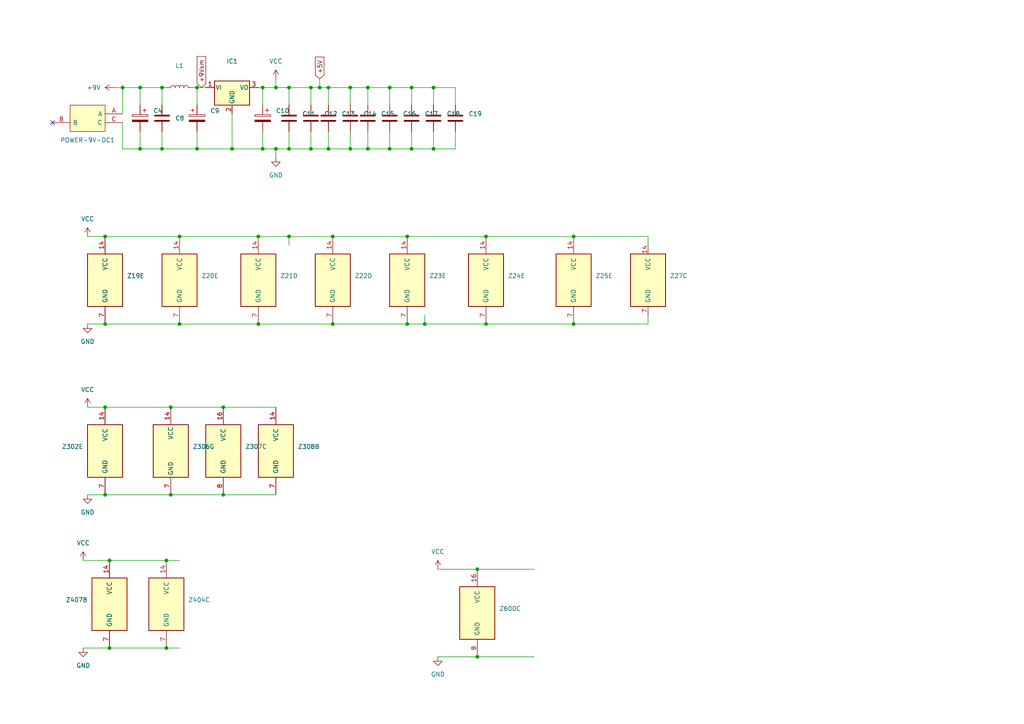
<source format=kicad_sch>
(kicad_sch (version 20211123) (generator eeschema)
  (paper "A4")
  (title_block (title "JupiterAceZ180") (date "2019-09-14") (rev "Alpha") (company "Ontobus") (comment 1 "John Bradley") (comment 2 "https://creativecommons.org/licenses/by-nc-sa/4.0/") (comment 3 "Attribution-NonCommercial-ShareAlike 4.0 International License.") (comment 4 "This work is licensed under a Creative Commons "))
  (lib_symbols
    (symbol "74xx:74HCT02" (pin_names (offset 1.016))
      (property "Reference" "U" (at 0 1.27 0))
      (property "Value" "74HCT02" (at 0 -1.27 0))
      (symbol "74HCT02_1_1"
        (pin output inverted (at 7.62 0 180) (length 3.81) (name "~") (number "1"))
        (pin input line (at -7.62 2.54 0) (length 4.318) (name "~") (number "2"))
        (pin input line (at -7.62 -2.54 0) (length 4.318) (name "~") (number "3"))
      )
      (symbol "74HCT02_1_2"
        (pin output line (at 7.62 0 180) (length 3.81) (name "~") (number "1"))
        (pin input inverted (at -7.62 2.54 0) (length 3.81) (name "~") (number "2"))
        (pin input inverted (at -7.62 -2.54 0) (length 3.81) (name "~") (number "3"))
      )
      (symbol "74HCT02_2_1"
        (pin output inverted (at 7.62 0 180) (length 3.81) (name "~") (number "4"))
        (pin input line (at -7.62 2.54 0) (length 4.318) (name "~") (number "5"))
        (pin input line (at -7.62 -2.54 0) (length 4.318) (name "~") (number "6"))
      )
      (symbol "74HCT02_2_2"
        (pin output line (at 7.62 0 180) (length 3.81) (name "~") (number "4"))
        (pin input inverted (at -7.62 2.54 0) (length 3.81) (name "~") (number "5"))
        (pin input inverted (at -7.62 -2.54 0) (length 3.81) (name "~") (number "6"))
      )
      (symbol "74HCT02_3_1"
        (pin output inverted (at 7.62 0 180) (length 3.81) (name "~") (number "10"))
        (pin input line (at -7.62 2.54 0) (length 4.318) (name "~") (number "8"))
        (pin input line (at -7.62 -2.54 0) (length 4.318) (name "~") (number "9"))
      )
      (symbol "74HCT02_3_2"
        (pin output line (at 7.62 0 180) (length 3.81) (name "~") (number "10"))
        (pin input inverted (at -7.62 2.54 0) (length 3.81) (name "~") (number "8"))
        (pin input inverted (at -7.62 -2.54 0) (length 3.81) (name "~") (number "9"))
      )
      (symbol "74HCT02_4_1"
        (pin input line (at -7.62 2.54 0) (length 4.318) (name "~") (number "11"))
        (pin input line (at -7.62 -2.54 0) (length 4.318) (name "~") (number "12"))
        (pin output inverted (at 7.62 0 180) (length 3.81) (name "~") (number "13"))
      )
      (symbol "74HCT02_4_2"
        (pin input inverted (at -7.62 2.54 0) (length 3.81) (name "~") (number "11"))
        (pin input inverted (at -7.62 -2.54 0) (length 3.81) (name "~") (number "12"))
        (pin output line (at 7.62 0 180) (length 3.81) (name "~") (number "13"))
      )
      (symbol "74HCT02_5_0"
        (pin power_in line (at 0 12.7 270) (length 5.08) (name "VCC") (number "14"))
        (pin power_in line (at 0 -12.7 90) (length 5.08) (name "GND") (number "7"))
      )
    )
    (symbol "74xx:74LS00" (pin_names (offset 1.016))
      (property "Reference" "U" (at 0 1.27 0))
      (property "Value" "74LS00" (at 0 -1.27 0))
      (symbol "74LS00_1_1"
        (pin input line (at -7.62 2.54 0) (length 3.81) (name "~") (number "1"))
        (pin input line (at -7.62 -2.54 0) (length 3.81) (name "~") (number "2"))
        (pin output inverted (at 7.62 0 180) (length 3.81) (name "~") (number "3"))
      )
      (symbol "74LS00_1_2"
        (pin input inverted (at -7.62 2.54 0) (length 4.318) (name "~") (number "1"))
        (pin input inverted (at -7.62 -2.54 0) (length 4.318) (name "~") (number "2"))
        (pin output line (at 7.62 0 180) (length 3.81) (name "~") (number "3"))
      )
      (symbol "74LS00_2_1"
        (pin input line (at -7.62 2.54 0) (length 3.81) (name "~") (number "4"))
        (pin input line (at -7.62 -2.54 0) (length 3.81) (name "~") (number "5"))
        (pin output inverted (at 7.62 0 180) (length 3.81) (name "~") (number "6"))
      )
      (symbol "74LS00_2_2"
        (pin input inverted (at -7.62 2.54 0) (length 4.318) (name "~") (number "4"))
        (pin input inverted (at -7.62 -2.54 0) (length 4.318) (name "~") (number "5"))
        (pin output line (at 7.62 0 180) (length 3.81) (name "~") (number "6"))
      )
      (symbol "74LS00_3_1"
        (pin input line (at -7.62 -2.54 0) (length 3.81) (name "~") (number "10"))
        (pin output inverted (at 7.62 0 180) (length 3.81) (name "~") (number "8"))
        (pin input line (at -7.62 2.54 0) (length 3.81) (name "~") (number "9"))
      )
      (symbol "74LS00_3_2"
        (pin input inverted (at -7.62 -2.54 0) (length 4.318) (name "~") (number "10"))
        (pin output line (at 7.62 0 180) (length 3.81) (name "~") (number "8"))
        (pin input inverted (at -7.62 2.54 0) (length 4.318) (name "~") (number "9"))
      )
      (symbol "74LS00_4_1"
        (pin output inverted (at 7.62 0 180) (length 3.81) (name "~") (number "11"))
        (pin input line (at -7.62 2.54 0) (length 3.81) (name "~") (number "12"))
        (pin input line (at -7.62 -2.54 0) (length 3.81) (name "~") (number "13"))
      )
      (symbol "74LS00_4_2"
        (pin output line (at 7.62 0 180) (length 3.81) (name "~") (number "11"))
        (pin input inverted (at -7.62 2.54 0) (length 4.318) (name "~") (number "12"))
        (pin input inverted (at -7.62 -2.54 0) (length 4.318) (name "~") (number "13"))
      )
      (symbol "74LS00_5_0"
        (pin power_in line (at 0 12.7 270) (length 5.08) (name "VCC") (number "14"))
        (pin power_in line (at 0 -12.7 90) (length 5.08) (name "GND") (number "7"))
      )
    )
    (symbol "74xx:74LS02" (pin_names (offset 1.016))
      (property "Reference" "U" (at 0 1.27 0))
      (property "Value" "74LS02" (at 0 -1.27 0))
      (symbol "74LS02_1_1"
        (pin output inverted (at 7.62 0 180) (length 3.81) (name "~") (number "1"))
        (pin input line (at -7.62 2.54 0) (length 4.318) (name "~") (number "2"))
        (pin input line (at -7.62 -2.54 0) (length 4.318) (name "~") (number "3"))
      )
      (symbol "74LS02_1_2"
        (pin output line (at 7.62 0 180) (length 3.81) (name "~") (number "1"))
        (pin input inverted (at -7.62 2.54 0) (length 3.81) (name "~") (number "2"))
        (pin input inverted (at -7.62 -2.54 0) (length 3.81) (name "~") (number "3"))
      )
      (symbol "74LS02_2_1"
        (pin output inverted (at 7.62 0 180) (length 3.81) (name "~") (number "4"))
        (pin input line (at -7.62 2.54 0) (length 4.318) (name "~") (number "5"))
        (pin input line (at -7.62 -2.54 0) (length 4.318) (name "~") (number "6"))
      )
      (symbol "74LS02_2_2"
        (pin output line (at 7.62 0 180) (length 3.81) (name "~") (number "4"))
        (pin input inverted (at -7.62 2.54 0) (length 3.81) (name "~") (number "5"))
        (pin input inverted (at -7.62 -2.54 0) (length 3.81) (name "~") (number "6"))
      )
      (symbol "74LS02_3_1"
        (pin output inverted (at 7.62 0 180) (length 3.81) (name "~") (number "10"))
        (pin input line (at -7.62 2.54 0) (length 4.318) (name "~") (number "8"))
        (pin input line (at -7.62 -2.54 0) (length 4.318) (name "~") (number "9"))
      )
      (symbol "74LS02_3_2"
        (pin output line (at 7.62 0 180) (length 3.81) (name "~") (number "10"))
        (pin input inverted (at -7.62 2.54 0) (length 3.81) (name "~") (number "8"))
        (pin input inverted (at -7.62 -2.54 0) (length 3.81) (name "~") (number "9"))
      )
      (symbol "74LS02_4_1"
        (pin input line (at -7.62 2.54 0) (length 4.318) (name "~") (number "11"))
        (pin input line (at -7.62 -2.54 0) (length 4.318) (name "~") (number "12"))
        (pin output inverted (at 7.62 0 180) (length 3.81) (name "~") (number "13"))
      )
      (symbol "74LS02_4_2"
        (pin input inverted (at -7.62 2.54 0) (length 3.81) (name "~") (number "11"))
        (pin input inverted (at -7.62 -2.54 0) (length 3.81) (name "~") (number "12"))
        (pin output line (at 7.62 0 180) (length 3.81) (name "~") (number "13"))
      )
      (symbol "74LS02_5_0"
        (pin power_in line (at 0 12.7 270) (length 5.08) (name "VCC") (number "14"))
        (pin power_in line (at 0 -12.7 90) (length 5.08) (name "GND") (number "7"))
      )
    )
    (symbol "74xx:74LS04"
      (property "Reference" "U" (at 0 1.27 0))
      (property "Value" "74LS04" (at 0 -1.27 0))
      (symbol "74LS04_1_0"
        (pin input line (at -7.62 0 0) (length 3.81) (name "~") (number "1"))
        (pin output inverted (at 7.62 0 180) (length 3.81) (name "~") (number "2"))
      )
      (symbol "74LS04_2_0"
        (pin input line (at -7.62 0 0) (length 3.81) (name "~") (number "3"))
        (pin output inverted (at 7.62 0 180) (length 3.81) (name "~") (number "4"))
      )
      (symbol "74LS04_3_0"
        (pin input line (at -7.62 0 0) (length 3.81) (name "~") (number "5"))
        (pin output inverted (at 7.62 0 180) (length 3.81) (name "~") (number "6"))
      )
      (symbol "74LS04_4_0"
        (pin output inverted (at 7.62 0 180) (length 3.81) (name "~") (number "8"))
        (pin input line (at -7.62 0 0) (length 3.81) (name "~") (number "9"))
      )
      (symbol "74LS04_5_0"
        (pin output inverted (at 7.62 0 180) (length 3.81) (name "~") (number "10"))
        (pin input line (at -7.62 0 0) (length 3.81) (name "~") (number "11"))
      )
      (symbol "74LS04_6_0"
        (pin output inverted (at 7.62 0 180) (length 3.81) (name "~") (number "12"))
        (pin input line (at -7.62 0 0) (length 3.81) (name "~") (number "13"))
      )
      (symbol "74LS04_7_0"
        (pin power_in line (at 0 12.7 270) (length 5.08) (name "VCC") (number "14"))
        (pin power_in line (at 0 -12.7 90) (length 5.08) (name "GND") (number "7"))
      )
    )
    (symbol "74xx:74LS08" (pin_names (offset 1.016))
      (property "Reference" "U" (at 0 1.27 0))
      (property "Value" "74LS08" (at 0 -1.27 0))
      (symbol "74LS08_1_1"
        (pin input line (at -7.62 2.54 0) (length 3.81) (name "~") (number "1"))
        (pin input line (at -7.62 -2.54 0) (length 3.81) (name "~") (number "2"))
        (pin output line (at 7.62 0 180) (length 3.81) (name "~") (number "3"))
      )
      (symbol "74LS08_1_2"
        (pin input inverted (at -7.62 2.54 0) (length 4.318) (name "~") (number "1"))
        (pin input inverted (at -7.62 -2.54 0) (length 4.318) (name "~") (number "2"))
        (pin output inverted (at 7.62 0 180) (length 3.81) (name "~") (number "3"))
      )
      (symbol "74LS08_2_1"
        (pin input line (at -7.62 2.54 0) (length 3.81) (name "~") (number "4"))
        (pin input line (at -7.62 -2.54 0) (length 3.81) (name "~") (number "5"))
        (pin output line (at 7.62 0 180) (length 3.81) (name "~") (number "6"))
      )
      (symbol "74LS08_2_2"
        (pin input inverted (at -7.62 2.54 0) (length 4.318) (name "~") (number "4"))
        (pin input inverted (at -7.62 -2.54 0) (length 4.318) (name "~") (number "5"))
        (pin output inverted (at 7.62 0 180) (length 3.81) (name "~") (number "6"))
      )
      (symbol "74LS08_3_1"
        (pin input line (at -7.62 -2.54 0) (length 3.81) (name "~") (number "10"))
        (pin output line (at 7.62 0 180) (length 3.81) (name "~") (number "8"))
        (pin input line (at -7.62 2.54 0) (length 3.81) (name "~") (number "9"))
      )
      (symbol "74LS08_3_2"
        (pin input inverted (at -7.62 -2.54 0) (length 4.318) (name "~") (number "10"))
        (pin output inverted (at 7.62 0 180) (length 3.81) (name "~") (number "8"))
        (pin input inverted (at -7.62 2.54 0) (length 4.318) (name "~") (number "9"))
      )
      (symbol "74LS08_4_1"
        (pin output line (at 7.62 0 180) (length 3.81) (name "~") (number "11"))
        (pin input line (at -7.62 2.54 0) (length 3.81) (name "~") (number "12"))
        (pin input line (at -7.62 -2.54 0) (length 3.81) (name "~") (number "13"))
      )
      (symbol "74LS08_4_2"
        (pin output inverted (at 7.62 0 180) (length 3.81) (name "~") (number "11"))
        (pin input inverted (at -7.62 2.54 0) (length 4.318) (name "~") (number "12"))
        (pin input inverted (at -7.62 -2.54 0) (length 4.318) (name "~") (number "13"))
      )
      (symbol "74LS08_5_0"
        (pin power_in line (at 0 12.7 270) (length 5.08) (name "VCC") (number "14"))
        (pin power_in line (at 0 -12.7 90) (length 5.08) (name "GND") (number "7"))
      )
    )
    (symbol "74xx:74LS11" (pin_names (offset 1.016))
      (property "Reference" "U" (at 0 1.27 0))
      (property "Value" "74LS11" (at 0 -1.27 0))
      (symbol "74LS11_1_1"
        (pin input line (at -7.62 2.54 0) (length 3.81) (name "~") (number "1"))
        (pin output line (at 7.62 0 180) (length 3.81) (name "~") (number "12"))
        (pin input line (at -7.62 -2.54 0) (length 3.81) (name "~") (number "13"))
        (pin input line (at -7.62 0 0) (length 3.81) (name "~") (number "2"))
      )
      (symbol "74LS11_1_2"
        (pin input inverted (at -7.62 2.54 0) (length 4.318) (name "~") (number "1"))
        (pin output inverted (at 7.62 0 180) (length 3.81) (name "~") (number "12"))
        (pin input inverted (at -7.62 -2.54 0) (length 4.318) (name "~") (number "13"))
        (pin input inverted (at -7.62 0 0) (length 4.953) (name "~") (number "2"))
      )
      (symbol "74LS11_2_1"
        (pin input line (at -7.62 2.54 0) (length 3.81) (name "~") (number "3"))
        (pin input line (at -7.62 0 0) (length 3.81) (name "~") (number "4"))
        (pin input line (at -7.62 -2.54 0) (length 3.81) (name "~") (number "5"))
        (pin output line (at 7.62 0 180) (length 3.81) (name "~") (number "6"))
      )
      (symbol "74LS11_2_2"
        (pin input inverted (at -7.62 2.54 0) (length 4.318) (name "~") (number "3"))
        (pin input inverted (at -7.62 0 0) (length 4.953) (name "~") (number "4"))
        (pin input inverted (at -7.62 -2.54 0) (length 4.318) (name "~") (number "5"))
        (pin output inverted (at 7.62 0 180) (length 3.81) (name "~") (number "6"))
      )
      (symbol "74LS11_3_1"
        (pin input line (at -7.62 0 0) (length 3.81) (name "~") (number "10"))
        (pin input line (at -7.62 -2.54 0) (length 3.81) (name "~") (number "11"))
        (pin output line (at 7.62 0 180) (length 3.81) (name "~") (number "8"))
        (pin input line (at -7.62 2.54 0) (length 3.81) (name "~") (number "9"))
      )
      (symbol "74LS11_3_2"
        (pin input inverted (at -7.62 0 0) (length 4.953) (name "~") (number "10"))
        (pin input inverted (at -7.62 -2.54 0) (length 4.318) (name "~") (number "11"))
        (pin output inverted (at 7.62 0 180) (length 3.81) (name "~") (number "8"))
        (pin input inverted (at -7.62 2.54 0) (length 4.318) (name "~") (number "9"))
      )
      (symbol "74LS11_4_0"
        (pin power_in line (at 0 12.7 270) (length 5.08) (name "VCC") (number "14"))
        (pin power_in line (at 0 -12.7 90) (length 5.08) (name "GND") (number "7"))
      )
    )
    (symbol "74xx:74LS139" (pin_names (offset 1.016))
      (property "Reference" "U" (at -7.62 8.89 0))
      (property "Value" "74LS139" (at -7.62 -8.89 0))
      (symbol "74LS139_1_0"
        (pin input inverted (at -12.7 -5.08 0) (length 5.08) (name "E") (number "1"))
        (pin input line (at -12.7 0 0) (length 5.08) (name "A0") (number "2"))
        (pin input line (at -12.7 2.54 0) (length 5.08) (name "A1") (number "3"))
        (pin output inverted (at 12.7 2.54 180) (length 5.08) (name "O0") (number "4"))
        (pin output inverted (at 12.7 0 180) (length 5.08) (name "O1") (number "5"))
        (pin output inverted (at 12.7 -2.54 180) (length 5.08) (name "O2") (number "6"))
        (pin output inverted (at 12.7 -5.08 180) (length 5.08) (name "O3") (number "7"))
      )
      (symbol "74LS139_2_0"
        (pin output inverted (at 12.7 -2.54 180) (length 5.08) (name "O2") (number "10"))
        (pin output inverted (at 12.7 0 180) (length 5.08) (name "O1") (number "11"))
        (pin output inverted (at 12.7 2.54 180) (length 5.08) (name "O0") (number "12"))
        (pin input line (at -12.7 2.54 0) (length 5.08) (name "A1") (number "13"))
        (pin input line (at -12.7 0 0) (length 5.08) (name "A0") (number "14"))
        (pin input inverted (at -12.7 -5.08 0) (length 5.08) (name "E") (number "15"))
        (pin output inverted (at 12.7 -5.08 180) (length 5.08) (name "O3") (number "9"))
      )
      (symbol "74LS139_3_0"
        (pin power_in line (at 0 12.7 270) (length 5.08) (name "VCC") (number "16"))
        (pin power_in line (at 0 -12.7 90) (length 5.08) (name "GND") (number "8"))
      )
    )
    (symbol "74xx:74LS21" (pin_names (offset 1.016))
      (property "Reference" "U" (at 0 1.27 0))
      (property "Value" "74LS21" (at 0 -1.27 0))
      (symbol "74LS21_1_1"
        (pin input line (at -7.62 3.81 0) (length 3.81) (name "~") (number "1"))
        (pin input line (at -7.62 1.27 0) (length 3.81) (name "~") (number "2"))
        (pin input line (at -7.62 -1.27 0) (length 3.81) (name "~") (number "4"))
        (pin input line (at -7.62 -3.81 0) (length 3.81) (name "~") (number "5"))
        (pin output line (at 7.62 0 180) (length 3.81) (name "~") (number "6"))
      )
      (symbol "74LS21_1_2"
        (pin input inverted (at -7.62 3.81 0) (length 3.81) (name "~") (number "1"))
        (pin input inverted (at -7.62 1.27 0) (length 4.826) (name "~") (number "2"))
        (pin input inverted (at -7.62 -1.27 0) (length 4.826) (name "~") (number "4"))
        (pin input inverted (at -7.62 -3.81 0) (length 3.81) (name "~") (number "5"))
        (pin output inverted (at 7.62 0 180) (length 3.81) (name "~") (number "6"))
      )
      (symbol "74LS21_2_1"
        (pin input line (at -7.62 1.27 0) (length 3.81) (name "~") (number "10"))
        (pin input line (at -7.62 -1.27 0) (length 3.81) (name "~") (number "12"))
        (pin input line (at -7.62 -3.81 0) (length 3.81) (name "~") (number "13"))
        (pin output line (at 7.62 0 180) (length 3.81) (name "~") (number "8"))
        (pin input line (at -7.62 3.81 0) (length 3.81) (name "~") (number "9"))
      )
      (symbol "74LS21_2_2"
        (pin input inverted (at -7.62 1.27 0) (length 4.826) (name "~") (number "10"))
        (pin input inverted (at -7.62 -1.27 0) (length 4.826) (name "~") (number "12"))
        (pin input inverted (at -7.62 -3.81 0) (length 3.81) (name "~") (number "13"))
        (pin output inverted (at 7.62 0 180) (length 3.81) (name "~") (number "8"))
        (pin input inverted (at -7.62 3.81 0) (length 3.81) (name "~") (number "9"))
      )
      (symbol "74LS21_3_0"
        (pin power_in line (at 0 12.7 270) (length 5.08) (name "VCC") (number "14"))
        (pin power_in line (at 0 -12.7 90) (length 5.08) (name "GND") (number "7"))
      )
    )
    (symbol "74xx:74LS30" (pin_names (offset 1.016))
      (property "Reference" "U" (at 0 1.27 0))
      (property "Value" "74LS30" (at 0 -1.27 0))
      (symbol "74LS30_1_1"
        (pin input line (at -7.62 7.62 0) (length 3.81) (name "~") (number "1"))
        (pin input line (at -7.62 -7.62 0) (length 3.81) (name "~") (number "11"))
        (pin input line (at -7.62 -10.16 0) (length 3.81) (name "~") (number "12"))
        (pin input line (at -7.62 5.08 0) (length 3.81) (name "~") (number "2"))
        (pin input line (at -7.62 2.54 0) (length 3.81) (name "~") (number "3"))
        (pin input line (at -7.62 0 0) (length 3.81) (name "~") (number "4"))
        (pin input line (at -7.62 -2.54 0) (length 3.81) (name "~") (number "5"))
        (pin input line (at -7.62 -5.08 0) (length 3.81) (name "~") (number "6"))
        (pin output inverted (at 7.62 0 180) (length 3.81) (name "~") (number "8"))
      )
      (symbol "74LS30_1_2"
        (pin input inverted (at -7.62 7.62 0) (length 3.81) (name "~") (number "1"))
        (pin input inverted (at -7.62 -7.62 0) (length 3.81) (name "~") (number "11"))
        (pin input inverted (at -7.62 -10.16 0) (length 3.81) (name "~") (number "12"))
        (pin input inverted (at -7.62 5.08 0) (length 3.81) (name "~") (number "2"))
        (pin input inverted (at -7.62 2.54 0) (length 4.5466) (name "~") (number "3"))
        (pin input inverted (at -7.62 0 0) (length 5.08) (name "~") (number "4"))
        (pin input inverted (at -7.62 -2.54 0) (length 4.5466) (name "~") (number "5"))
        (pin input inverted (at -7.62 -5.08 0) (length 3.81) (name "~") (number "6"))
        (pin output line (at 7.62 0 180) (length 3.81) (name "~") (number "8"))
      )
      (symbol "74LS30_2_0"
        (pin power_in line (at 0 12.7 270) (length 5.08) (name "VCC") (number "14"))
        (pin power_in line (at 0 -12.7 90) (length 5.08) (name "GND") (number "7"))
      )
    )
    (symbol "74xx:74LS32" (pin_names (offset 1.016))
      (property "Reference" "U" (at 0 1.27 0))
      (property "Value" "74LS32" (at 0 -1.27 0))
      (symbol "74LS32_1_1"
        (pin input line (at -7.62 2.54 0) (length 4.318) (name "~") (number "1"))
        (pin input line (at -7.62 -2.54 0) (length 4.318) (name "~") (number "2"))
        (pin output line (at 7.62 0 180) (length 3.81) (name "~") (number "3"))
      )
      (symbol "74LS32_1_2"
        (pin input inverted (at -7.62 2.54 0) (length 3.81) (name "~") (number "1"))
        (pin input inverted (at -7.62 -2.54 0) (length 3.81) (name "~") (number "2"))
        (pin output inverted (at 7.62 0 180) (length 3.81) (name "~") (number "3"))
      )
      (symbol "74LS32_2_1"
        (pin input line (at -7.62 2.54 0) (length 4.318) (name "~") (number "4"))
        (pin input line (at -7.62 -2.54 0) (length 4.318) (name "~") (number "5"))
        (pin output line (at 7.62 0 180) (length 3.81) (name "~") (number "6"))
      )
      (symbol "74LS32_2_2"
        (pin input inverted (at -7.62 2.54 0) (length 3.81) (name "~") (number "4"))
        (pin input inverted (at -7.62 -2.54 0) (length 3.81) (name "~") (number "5"))
        (pin output inverted (at 7.62 0 180) (length 3.81) (name "~") (number "6"))
      )
      (symbol "74LS32_3_1"
        (pin input line (at -7.62 -2.54 0) (length 4.318) (name "~") (number "10"))
        (pin output line (at 7.62 0 180) (length 3.81) (name "~") (number "8"))
        (pin input line (at -7.62 2.54 0) (length 4.318) (name "~") (number "9"))
      )
      (symbol "74LS32_3_2"
        (pin input inverted (at -7.62 -2.54 0) (length 3.81) (name "~") (number "10"))
        (pin output inverted (at 7.62 0 180) (length 3.81) (name "~") (number "8"))
        (pin input inverted (at -7.62 2.54 0) (length 3.81) (name "~") (number "9"))
      )
      (symbol "74LS32_4_1"
        (pin output line (at 7.62 0 180) (length 3.81) (name "~") (number "11"))
        (pin input line (at -7.62 2.54 0) (length 4.318) (name "~") (number "12"))
        (pin input line (at -7.62 -2.54 0) (length 4.318) (name "~") (number "13"))
      )
      (symbol "74LS32_4_2"
        (pin output inverted (at 7.62 0 180) (length 3.81) (name "~") (number "11"))
        (pin input inverted (at -7.62 2.54 0) (length 3.81) (name "~") (number "12"))
        (pin input inverted (at -7.62 -2.54 0) (length 3.81) (name "~") (number "13"))
      )
      (symbol "74LS32_5_0"
        (pin power_in line (at 0 12.7 270) (length 5.08) (name "VCC") (number "14"))
        (pin power_in line (at 0 -12.7 90) (length 5.08) (name "GND") (number "7"))
      )
    )
    (symbol "74xx:74LS74" (pin_names (offset 1.016))
      (property "Reference" "U" (at -7.62 8.89 0))
      (property "Value" "74LS74" (at -7.62 -8.89 0))
      (symbol "74LS74_1_0"
        (pin input line (at 0 -7.62 90) (length 2.54) (name "~{R}") (number "1"))
        (pin input line (at -7.62 2.54 0) (length 2.54) (name "D") (number "2"))
        (pin input clock (at -7.62 0 0) (length 2.54) (name "C") (number "3"))
        (pin input line (at 0 7.62 270) (length 2.54) (name "~{S}") (number "4"))
        (pin output line (at 7.62 2.54 180) (length 2.54) (name "Q") (number "5"))
        (pin output line (at 7.62 -2.54 180) (length 2.54) (name "~{Q}") (number "6"))
      )
      (symbol "74LS74_2_0"
        (pin input line (at 0 7.62 270) (length 2.54) (name "~{S}") (number "10"))
        (pin input clock (at -7.62 0 0) (length 2.54) (name "C") (number "11"))
        (pin input line (at -7.62 2.54 0) (length 2.54) (name "D") (number "12"))
        (pin input line (at 0 -7.62 90) (length 2.54) (name "~{R}") (number "13"))
        (pin output line (at 7.62 -2.54 180) (length 2.54) (name "~{Q}") (number "8"))
        (pin output line (at 7.62 2.54 180) (length 2.54) (name "Q") (number "9"))
      )
      (symbol "74LS74_3_0"
        (pin power_in line (at 0 10.16 270) (length 2.54) (name "VCC") (number "14"))
        (pin power_in line (at 0 -10.16 90) (length 2.54) (name "GND") (number "7"))
      )
    )
    (symbol "74xx:74LS86" (pin_names (offset 1.016))
      (property "Reference" "U" (at 0 1.27 0))
      (property "Value" "74LS86" (at 0 -1.27 0))
      (symbol "74LS86_1_0"
        (pin input line (at -7.62 2.54 0) (length 4.445) (name "~") (number "1"))
        (pin input line (at -7.62 -2.54 0) (length 4.445) (name "~") (number "2"))
        (pin output line (at 7.62 0 180) (length 3.81) (name "~") (number "3"))
      )
      (symbol "74LS86_2_0"
        (pin input line (at -7.62 2.54 0) (length 4.445) (name "~") (number "4"))
        (pin input line (at -7.62 -2.54 0) (length 4.445) (name "~") (number "5"))
        (pin output line (at 7.62 0 180) (length 3.81) (name "~") (number "6"))
      )
      (symbol "74LS86_3_0"
        (pin input line (at -7.62 -2.54 0) (length 4.445) (name "~") (number "10"))
        (pin output line (at 7.62 0 180) (length 3.81) (name "~") (number "8"))
        (pin input line (at -7.62 2.54 0) (length 4.445) (name "~") (number "9"))
      )
      (symbol "74LS86_4_0"
        (pin output line (at 7.62 0 180) (length 3.81) (name "~") (number "11"))
        (pin input line (at -7.62 2.54 0) (length 4.445) (name "~") (number "12"))
        (pin input line (at -7.62 -2.54 0) (length 4.445) (name "~") (number "13"))
      )
      (symbol "74LS86_5_0"
        (pin power_in line (at 0 12.7 270) (length 5.08) (name "VCC") (number "14"))
        (pin power_in line (at 0 -12.7 90) (length 5.08) (name "GND") (number "7"))
      )
    )
    (symbol "Device:C" (pin_numbers hide) (pin_names (offset 0.254))
      (property "Reference" "C" (at 0.635 2.54 0))
      (property "Value" "C" (at 0.635 -2.54 0))
      (symbol "C_1_1"
        (pin passive line (at 0 3.81 270) (length 2.794) (name "~") (number "1"))
        (pin passive line (at 0 -3.81 90) (length 2.794) (name "~") (number "2"))
      )
    )
    (symbol "Device:C_Polarized" (pin_numbers hide) (pin_names (offset 0.254))
      (property "Reference" "C" (at 0.635 2.54 0))
      (property "Value" "C_Polarized" (at 0.635 -2.54 0))
      (symbol "C_Polarized_1_1"
        (pin passive line (at 0 3.81 270) (length 2.794) (name "~") (number "1"))
        (pin passive line (at 0 -3.81 90) (length 2.794) (name "~") (number "2"))
      )
    )
    (symbol "ExtraSymbols:163-179PH-EX" (pin_names (offset 0.762))
      (property "Reference" "J" (at 16.51 7.62 0))
      (property "Value" "163-179PH-EX" (at 16.51 5.08 0))
      (symbol "163-179PH-EX_0_0"
        (pin power_out line (at 20.32 -2.54 180) (length 5.08) (name "A") (number "A"))
        (pin power_out line (at 0 0 0) (length 5.08) (name "B") (number "B"))
        (pin power_out line (at 20.32 0 180) (length 5.08) (name "C") (number "C"))
      )
    )
    (symbol "ExtraSymbols:L(PSU)" (pin_numbers hide) (pin_names (offset 1.016) hide)
      (property "Reference" "L" (at -1.27 0 90))
      (property "Value" "L(PSU)" (at 1.905 0 90))
      (symbol "L(PSU)_1_1"
        (pin power_in line (at 0 3.81 270) (length 1.27) (name "1") (number "1"))
        (pin power_out line (at 0 -3.81 90) (length 1.27) (name "2") (number "2"))
      )
    )
    (symbol "Regulator_Linear:LM7805_TO220" (pin_names (offset 0.254))
      (property "Reference" "U" (at -3.81 3.175 0))
      (property "Value" "LM7805_TO220" (at 0 3.175 0))
      (symbol "LM7805_TO220_1_1"
        (pin power_in line (at -7.62 0 0) (length 2.54) (name "VI") (number "1"))
        (pin power_in line (at 0 -7.62 90) (length 2.54) (name "GND") (number "2"))
        (pin power_out line (at 7.62 0 180) (length 2.54) (name "VO") (number "3"))
      )
    )
    (symbol "power:+9V" (power) (pin_names (offset 0))
      (property "Value" "+9V" (at 0 3.556 0))
      (symbol "+9V_1_1"
        (pin power_in line (at 0 0 90) (length 0) hide (name "+9V") (number "1"))
      )
    )
    (symbol "power:GND" (power) (pin_names (offset 0))
      (property "Value" "GND" (at 0 -3.81 0))
      (symbol "GND_1_1"
        (pin power_in line (at 0 0 270) (length 0) hide (name "GND") (number "1"))
      )
    )
    (symbol "power:VCC" (power) (pin_names (offset 0))
      (property "Value" "VCC" (at 0 3.81 0))
      (symbol "VCC_1_1"
        (pin power_in line (at 0 0 90) (length 0) hide (name "VCC") (number "1"))
      )
    )
  )
  (junction (at 83.82 68.58))
  (junction (at 106.68 43.18))
  (junction (at 96.52 93.98))
  (junction (at 40.64 43.18))
  (junction (at 125.73 25.4))
  (junction (at 118.11 93.98))
  (junction (at 90.17 43.18))
  (junction (at 57.15 25.4))
  (junction (at 113.03 43.18))
  (junction (at 40.64 25.4))
  (junction (at 96.52 68.58))
  (junction (at 64.77 118.11))
  (junction (at 74.93 68.58))
  (junction (at 138.43 190.5))
  (junction (at 101.6 43.18))
  (junction (at 76.2 43.18))
  (junction (at 90.17 25.4))
  (junction (at 95.25 43.18))
  (junction (at 106.68 25.4))
  (junction (at 35.56 25.4))
  (junction (at 123.19 93.98))
  (junction (at 31.75 187.96))
  (junction (at 74.93 93.98))
  (junction (at 52.07 93.98))
  (junction (at 30.48 68.58))
  (junction (at 30.48 143.51))
  (junction (at 101.6 25.4))
  (junction (at 48.26 162.56))
  (junction (at 52.07 68.58))
  (junction (at 119.38 43.18))
  (junction (at 118.11 68.58))
  (junction (at 113.03 25.4))
  (junction (at 49.53 143.51))
  (junction (at 67.31 43.18))
  (junction (at 76.2 25.4))
  (junction (at 49.53 118.11))
  (junction (at 30.48 118.11))
  (junction (at 95.25 25.4))
  (junction (at 80.01 25.4))
  (junction (at 125.73 43.18))
  (junction (at 140.97 93.98))
  (junction (at 138.43 165.1))
  (junction (at 46.99 25.4))
  (junction (at 166.37 93.98))
  (junction (at 83.82 25.4))
  (junction (at 140.97 68.58))
  (junction (at 92.71 25.4))
  (junction (at 57.15 43.18))
  (junction (at 30.48 93.98))
  (junction (at 48.26 187.96))
  (junction (at 80.01 43.18))
  (junction (at 31.75 162.56))
  (junction (at 119.38 25.4))
  (junction (at 166.37 68.58))
  (junction (at 46.99 43.18))
  (junction (at 64.77 143.51))
  (junction (at 83.82 43.18))
  (no_connect (at 15.24 35.56))
  (wire (pts (xy 57.15 30.48) (xy 57.15 25.4)))
  (wire (pts (xy 67.31 33.02) (xy 67.31 43.18)))
  (wire (pts (xy 90.17 25.4) (xy 92.71 25.4)))
  (wire (pts (xy 46.99 38.1) (xy 46.99 43.18)))
  (wire (pts (xy 48.26 25.4) (xy 46.99 25.4)))
  (wire (pts (xy 119.38 38.1) (xy 119.38 43.18)))
  (wire (pts (xy 95.25 38.1) (xy 95.25 43.18)))
  (wire (pts (xy 30.48 143.51) (xy 49.53 143.51)))
  (wire (pts (xy 90.17 43.18) (xy 95.25 43.18)))
  (wire (pts (xy 57.15 38.1) (xy 57.15 43.18)))
  (wire (pts (xy 125.73 25.4) (xy 125.73 30.48)))
  (wire (pts (xy 25.4 93.98) (xy 30.48 93.98)))
  (wire (pts (xy 83.82 43.18) (xy 90.17 43.18)))
  (wire (pts (xy 67.31 43.18) (xy 76.2 43.18)))
  (wire (pts (xy 113.03 38.1) (xy 113.03 43.18)))
  (wire (pts (xy 83.82 68.58) (xy 96.52 68.58)))
  (wire (pts (xy 125.73 38.1) (xy 125.73 43.18)))
  (wire (pts (xy 187.96 91.44) (xy 187.96 93.98)))
  (wire (pts (xy 187.96 68.58) (xy 187.96 71.12)))
  (wire (pts (xy 95.25 43.18) (xy 101.6 43.18)))
  (wire (pts (xy 106.68 25.4) (xy 106.68 30.48)))
  (wire (pts (xy 80.01 22.86) (xy 80.01 25.4)))
  (wire (pts (xy 25.4 143.51) (xy 30.48 143.51)))
  (wire (pts (xy 83.82 25.4) (xy 83.82 30.48)))
  (wire (pts (xy 52.07 68.58) (xy 74.93 68.58)))
  (wire (pts (xy 76.2 38.1) (xy 76.2 43.18)))
  (wire (pts (xy 106.68 25.4) (xy 113.03 25.4)))
  (wire (pts (xy 80.01 43.18) (xy 83.82 43.18)))
  (wire (pts (xy 101.6 25.4) (xy 106.68 25.4)))
  (wire (pts (xy 74.93 25.4) (xy 76.2 25.4)))
  (wire (pts (xy 55.88 25.4) (xy 57.15 25.4)))
  (wire (pts (xy 119.38 25.4) (xy 119.38 30.48)))
  (wire (pts (xy 95.25 25.4) (xy 95.25 30.48)))
  (wire (pts (xy 30.48 118.11) (xy 49.53 118.11)))
  (wire (pts (xy 106.68 43.18) (xy 113.03 43.18)))
  (wire (pts (xy 31.75 162.56) (xy 24.13 162.56)))
  (wire (pts (xy 132.08 38.1) (xy 132.08 43.18)))
  (wire (pts (xy 95.25 25.4) (xy 101.6 25.4)))
  (wire (pts (xy 25.4 118.11) (xy 30.48 118.11)))
  (wire (pts (xy 76.2 43.18) (xy 80.01 43.18)))
  (wire (pts (xy 138.43 190.5) (xy 154.94 190.5)))
  (wire (pts (xy 46.99 43.18) (xy 57.15 43.18)))
  (wire (pts (xy 90.17 25.4) (xy 90.17 30.48)))
  (wire (pts (xy 101.6 38.1) (xy 101.6 43.18)))
  (wire (pts (xy 80.01 45.72) (xy 80.01 43.18)))
  (wire (pts (xy 83.82 25.4) (xy 90.17 25.4)))
  (wire (pts (xy 119.38 43.18) (xy 125.73 43.18)))
  (wire (pts (xy 33.02 25.4) (xy 35.56 25.4)))
  (wire (pts (xy 140.97 68.58) (xy 166.37 68.58)))
  (wire (pts (xy 140.97 93.98) (xy 166.37 93.98)))
  (wire (pts (xy 74.93 93.98) (xy 96.52 93.98)))
  (wire (pts (xy 76.2 25.4) (xy 80.01 25.4)))
  (wire (pts (xy 48.26 187.96) (xy 52.07 187.96)))
  (wire (pts (xy 57.15 43.18) (xy 67.31 43.18)))
  (wire (pts (xy 166.37 93.98) (xy 187.96 93.98)))
  (wire (pts (xy 52.07 93.98) (xy 74.93 93.98)))
  (wire (pts (xy 40.64 25.4) (xy 46.99 25.4)))
  (wire (pts (xy 49.53 143.51) (xy 64.77 143.51)))
  (wire (pts (xy 118.11 93.98) (xy 123.19 93.98)))
  (wire (pts (xy 123.19 93.98) (xy 140.97 93.98)))
  (wire (pts (xy 113.03 25.4) (xy 113.03 30.48)))
  (wire (pts (xy 92.71 22.86) (xy 92.71 25.4)))
  (wire (pts (xy 49.53 118.11) (xy 64.77 118.11)))
  (wire (pts (xy 64.77 118.11) (xy 80.01 118.11)))
  (wire (pts (xy 101.6 25.4) (xy 101.6 30.48)))
  (wire (pts (xy 35.56 25.4) (xy 40.64 25.4)))
  (wire (pts (xy 113.03 43.18) (xy 119.38 43.18)))
  (wire (pts (xy 113.03 25.4) (xy 119.38 25.4)))
  (wire (pts (xy 30.48 93.98) (xy 52.07 93.98)))
  (wire (pts (xy 127 165.1) (xy 138.43 165.1)))
  (wire (pts (xy 83.82 71.12) (xy 83.82 68.58)))
  (wire (pts (xy 35.56 43.18) (xy 40.64 43.18)))
  (wire (pts (xy 96.52 68.58) (xy 118.11 68.58)))
  (wire (pts (xy 35.56 35.56) (xy 35.56 43.18)))
  (wire (pts (xy 101.6 43.18) (xy 106.68 43.18)))
  (wire (pts (xy 46.99 43.18) (xy 40.64 43.18)))
  (wire (pts (xy 166.37 68.58) (xy 187.96 68.58)))
  (wire (pts (xy 123.19 91.44) (xy 123.19 93.98)))
  (wire (pts (xy 119.38 25.4) (xy 125.73 25.4)))
  (wire (pts (xy 57.15 25.4) (xy 59.69 25.4)))
  (wire (pts (xy 52.07 162.56) (xy 48.26 162.56)))
  (wire (pts (xy 127 190.5) (xy 138.43 190.5)))
  (wire (pts (xy 30.48 68.58) (xy 52.07 68.58)))
  (wire (pts (xy 125.73 25.4) (xy 132.08 25.4)))
  (wire (pts (xy 90.17 38.1) (xy 90.17 43.18)))
  (wire (pts (xy 40.64 38.1) (xy 40.64 43.18)))
  (wire (pts (xy 74.93 68.58) (xy 83.82 68.58)))
  (wire (pts (xy 80.01 25.4) (xy 83.82 25.4)))
  (wire (pts (xy 96.52 93.98) (xy 118.11 93.98)))
  (wire (pts (xy 64.77 143.51) (xy 80.01 143.51)))
  (wire (pts (xy 138.43 165.1) (xy 154.94 165.1)))
  (wire (pts (xy 125.73 43.18) (xy 132.08 43.18)))
  (wire (pts (xy 25.4 68.58) (xy 30.48 68.58)))
  (wire (pts (xy 118.11 68.58) (xy 140.97 68.58)))
  (wire (pts (xy 35.56 33.02) (xy 35.56 25.4)))
  (wire (pts (xy 24.13 187.96) (xy 31.75 187.96)))
  (wire (pts (xy 40.64 30.48) (xy 40.64 25.4)))
  (wire (pts (xy 132.08 25.4) (xy 132.08 30.48)))
  (wire (pts (xy 106.68 38.1) (xy 106.68 43.18)))
  (wire (pts (xy 31.75 187.96) (xy 48.26 187.96)))
  (wire (pts (xy 83.82 38.1) (xy 83.82 43.18)))
  (wire (pts (xy 48.26 162.56) (xy 31.75 162.56)))
  (wire (pts (xy 76.2 30.48) (xy 76.2 25.4)))
  (wire (pts (xy 92.71 25.4) (xy 95.25 25.4)))
  (wire (pts (xy 46.99 25.4) (xy 46.99 30.48)))
  (global_label "+5V" (shape input) (at 92.71 22.86 90) (property "Intersheet References" "${INTERSHEET_REFS}" (at 92.6306 16.6653 90) (effects (justify left))))
  (global_label "+9Vsm" (shape input) (at 58.42 25.4 90) (property "Intersheet References" "${INTERSHEET_REFS}" (at 58.3406 16.4839 90) (effects (justify left))))
  (symbol (lib_id "Device:C") (at 95.25 34.29 0) (unit 1)
    (property "Reference" "C13" (at 99.06 33.0199 0) (effects (justify left)))
    (property "Description" "Vishay 100nF Multilayer Ceramic Capacitor MLCC 50V dc +~-10% X7R Dielectric Radial, Max. Temp. +125C" (effects hide))
    (property "Height" "3" (effects hide))
    (property "RS Part Number" "8523267" (effects hide))
    (property "RS Price/Stock" "http:/uk.rs-online.com/web/p/products/8523267" (effects hide))
    (property "Manufacturer_Name" "Vishay" (effects hide))
    (property "Manufacturer_Part_Number" "K104K10X7RF53H5" (effects hide))
    (property "Allied_Number" "70122995" (effects hide))
  )
  (symbol (lib_id "Device:C") (at 101.6 34.29 0) (unit 1)
    (property "Reference" "C14" (at 105.41 33.0199 0) (effects (justify left)))
    (property "Description" "Vishay 100nF Multilayer Ceramic Capacitor MLCC 50V dc +~-10% X7R Dielectric Radial, Max. Temp. +125C" (effects hide))
    (property "Height" "3" (effects hide))
    (property "RS Part Number" "8523267" (effects hide))
    (property "RS Price/Stock" "http:/uk.rs-online.com/web/p/products/8523267" (effects hide))
    (property "Manufacturer_Name" "Vishay" (effects hide))
    (property "Manufacturer_Part_Number" "K104K10X7RF53H5" (effects hide))
    (property "Allied_Number" "70122995" (effects hide))
  )
  (symbol (lib_id "Device:C") (at 106.68 34.29 0) (unit 1)
    (property "Reference" "C15" (at 110.49 33.0199 0) (effects (justify left)))
    (property "Description" "Vishay 100nF Multilayer Ceramic Capacitor MLCC 50V dc +~-10% X7R Dielectric Radial, Max. Temp. +125C" (effects hide))
    (property "Height" "3" (effects hide))
    (property "RS Part Number" "8523267" (effects hide))
    (property "RS Price/Stock" "http:/uk.rs-online.com/web/p/products/8523267" (effects hide))
    (property "Manufacturer_Name" "Vishay" (effects hide))
    (property "Manufacturer_Part_Number" "K104K10X7RF53H5" (effects hide))
    (property "Allied_Number" "70122995" (effects hide))
  )
  (symbol (lib_id "Device:C") (at 113.03 34.29 0) (unit 1)
    (property "Reference" "C16" (at 116.84 33.0199 0) (effects (justify left)))
    (property "Description" "Vishay 100nF Multilayer Ceramic Capacitor MLCC 50V dc +~-10% X7R Dielectric Radial, Max. Temp. +125C" (effects hide))
    (property "Height" "3" (effects hide))
    (property "RS Part Number" "8523267" (effects hide))
    (property "RS Price/Stock" "http:/uk.rs-online.com/web/p/products/8523267" (effects hide))
    (property "Manufacturer_Name" "Vishay" (effects hide))
    (property "Manufacturer_Part_Number" "K104K10X7RF53H5" (effects hide))
    (property "Allied_Number" "70122995" (effects hide))
  )
  (symbol (lib_id "Device:C") (at 119.38 34.29 0) (unit 1)
    (property "Reference" "C17" (at 123.19 33.0199 0) (effects (justify left)))
    (property "Description" "Vishay 100nF Multilayer Ceramic Capacitor MLCC 50V dc +~-10% X7R Dielectric Radial, Max. Temp. +125C" (effects hide))
    (property "Height" "3" (effects hide))
    (property "RS Part Number" "8523267" (effects hide))
    (property "RS Price/Stock" "http:/uk.rs-online.com/web/p/products/8523267" (effects hide))
    (property "Manufacturer_Name" "Vishay" (effects hide))
    (property "Manufacturer_Part_Number" "K104K10X7RF53H5" (effects hide))
    (property "Allied_Number" "70122995" (effects hide))
  )
  (symbol (lib_id "Device:C") (at 125.73 34.29 0) (unit 1)
    (property "Reference" "C18" (at 129.54 33.0199 0) (effects (justify left)))
    (property "Description" "Vishay 100nF Multilayer Ceramic Capacitor MLCC 50V dc +~-10% X7R Dielectric Radial, Max. Temp. +125C" (effects hide))
    (property "Height" "3" (effects hide))
    (property "RS Part Number" "8523267" (effects hide))
    (property "RS Price/Stock" "http:/uk.rs-online.com/web/p/products/8523267" (effects hide))
    (property "Manufacturer_Name" "Vishay" (effects hide))
    (property "Manufacturer_Part_Number" "K104K10X7RF53H5" (effects hide))
    (property "Allied_Number" "70122995" (effects hide))
  )
  (symbol (lib_id "Device:C") (at 90.17 34.29 0) (unit 1)
    (property "Reference" "C12" (at 93.98 33.0199 0) (effects (justify left)))
    (property "Description" "Vishay 100nF Multilayer Ceramic Capacitor MLCC 50V dc +~-10% X7R Dielectric Radial, Max. Temp. +125C" (effects hide))
    (property "Height" "3" (effects hide))
    (property "RS Part Number" "8523267" (effects hide))
    (property "RS Price/Stock" "http:/uk.rs-online.com/web/p/products/8523267" (effects hide))
    (property "Manufacturer_Name" "Vishay" (effects hide))
    (property "Manufacturer_Part_Number" "K104K10X7RF53H5" (effects hide))
    (property "Allied_Number" "70122995" (effects hide))
  )
  (symbol (lib_id "Device:C") (at 46.99 34.29 0) (unit 1)
    (property "Reference" "C8" (at 50.8 34.2899 0) (effects (justify left)))
    (property "Description" "Vishay 100nF Multilayer Ceramic Capacitor MLCC 50V dc +~-10% X7R Dielectric Radial, Max. Temp. +125C" (effects hide))
    (property "Height" "3" (effects hide))
    (property "RS Part Number" "8523267" (effects hide))
    (property "RS Price/Stock" "http:/uk.rs-online.com/web/p/products/8523267" (effects hide))
    (property "Manufacturer_Name" "Vishay" (effects hide))
    (property "Manufacturer_Part_Number" "K104K10X7RF53H5" (effects hide))
    (property "Allied_Number" "70122995" (effects hide))
  )
  (symbol (lib_id "ExtraSymbols:L(PSU)") (at 52.07 25.4 90) (unit 1)
    (property "Reference" "L1" (at 52.07 19.05 90))
  )
  (symbol (lib_id "Device:C_Polarized") (at 40.64 34.29 0) (mirror y) (unit 1)
    (property "Reference" "C4" (at 44.45 32.1309 0) (effects (justify right)))
  )
  (symbol (lib_id "Device:C_Polarized") (at 76.2 34.29 0) (mirror y) (unit 1)
    (property "Reference" "C10" (at 80.01 32.1309 0) (effects (justify right)))
  )
  (symbol (lib_id "74xx:74LS139") (at 64.77 130.81 0) (mirror y) (unit 3)
    (property "Reference" "Z307" (at 71.12 129.5399 0) (effects (justify right)))
    (property "Datasheet" "http://www.ti.com/lit/ds/symlink/sn74ls139a.pdf" (effects hide))
  )
  (symbol (lib_id "Device:C_Polarized") (at 57.15 34.29 0) (unit 1)
    (property "Reference" "C9" (at 60.96 32.1309 0) (effects (justify left)))
    (property "Description" "Vishay 100nF Multilayer Ceramic Capacitor MLCC 50V dc +~-10% X7R Dielectric Radial, Max. Temp. +125C" (effects hide))
    (property "Height" "3" (effects hide))
    (property "RS Part Number" "8523267" (effects hide))
    (property "RS Price/Stock" "http:/uk.rs-online.com/web/p/products/8523267" (effects hide))
    (property "Manufacturer_Name" "Vishay" (effects hide))
    (property "Manufacturer_Part_Number" "K104K10X7RF53H5" (effects hide))
    (property "Allied_Number" "70122995" (effects hide))
  )
  (symbol (lib_id "Device:C") (at 83.82 34.29 0) (unit 1)
    (property "Reference" "C11" (at 87.63 33.0199 0) (effects (justify left)))
    (property "Description" "Vishay 100nF Multilayer Ceramic Capacitor MLCC 50V dc +~-10% X7R Dielectric Radial, Max. Temp. +125C" (effects hide))
    (property "Height" "3" (effects hide))
    (property "RS Part Number" "8523267" (effects hide))
    (property "RS Price/Stock" "http:/uk.rs-online.com/web/p/products/8523267" (effects hide))
    (property "Manufacturer_Name" "Vishay" (effects hide))
    (property "Manufacturer_Part_Number" "K104K10X7RF53H5" (effects hide))
    (property "Allied_Number" "70122995" (effects hide))
  )
  (symbol (lib_id "power:VCC") (at 25.4 118.11 0) (unit 1)
    (property "Reference" "#0146" (effects hide))
  )
  (symbol (lib_id "power:GND") (at 25.4 143.51 0) (unit 1)
    (property "Reference" "#0147" (effects hide))
  )
  (symbol (lib_id "power:VCC") (at 80.01 22.86 0) (unit 1)
    (property "Reference" "#0141" (effects hide))
  )
  (symbol (lib_id "74xx:74LS32") (at 30.48 130.81 0) (mirror y) (unit 5)
    (property "Reference" "Z302" (at 24.13 129.5399 0) (effects (justify left)))
    (property "Datasheet" "http://www.ti.com/lit/gpn/sn74LS32" (effects hide))
  )
  (symbol (lib_id "74xx:74LS00") (at 30.48 81.28 0) (unit 5)
    (property "Reference" "Z19" (at 36.83 80.0099 0) (effects (justify left)))
    (property "Datasheet" "http://www.ti.com/lit/gpn/sn74ls00" (effects hide))
    (property "Manufacturer_Part_Number" "SN74AHCT00N" (effects hide))
    (property "Manufacturer_Name" "Texas Instruments" (effects hide))
  )
  (symbol (lib_id "74xx:74HCT02") (at 166.37 81.28 0) (unit 5)
    (property "Reference" "Z25" (at 172.72 80.0099 0) (effects (justify left)))
    (property "Datasheet" "http://www.ti.com/lit/gpn/sn74hct02" (effects hide))
    (property "Manufacturer_Part_Number" "SN74AHCT00N" (effects hide))
    (property "Manufacturer_Name" "Texas Instruments" (effects hide))
  )
  (symbol (lib_id "power:VCC") (at 127 165.1 0) (unit 1)
    (property "Reference" "#0130" (effects hide))
  )
  (symbol (lib_id "power:GND") (at 127 190.5 0) (unit 1)
    (property "Reference" "#0131" (effects hide))
  )
  (symbol (lib_id "74xx:74LS139") (at 138.43 177.8 0) (mirror y) (unit 3)
    (property "Reference" "Z600" (at 144.78 176.5299 0) (effects (justify right)))
    (property "Datasheet" "http://www.ti.com/lit/ds/symlink/sn74ls139a.pdf" (effects hide))
  )
  (symbol (lib_id "74xx:74LS21") (at 48.26 175.26 0) (unit 3)
    (property "Reference" "Z404" (at 54.61 173.9899 0) (effects (justify left)))
    (property "Datasheet" "http://www.ti.com/lit/gpn/sn74LS21" (effects hide))
  )
  (symbol (lib_id "power:VCC") (at 25.4 68.58 0) (unit 1)
    (property "Reference" "#0101" (effects hide))
  )
  (symbol (lib_id "power:GND") (at 25.4 93.98 0) (unit 1)
    (property "Reference" "#0120" (effects hide))
  )
  (symbol (lib_id "power:VCC") (at 24.13 162.56 0) (unit 1)
    (property "Reference" "#0121" (effects hide))
  )
  (symbol (lib_id "power:GND") (at 24.13 187.96 0) (unit 1)
    (property "Reference" "#0138" (effects hide))
  )
  (symbol (lib_id "74xx:74LS30") (at 31.75 175.26 0) (unit 2)
    (property "Reference" "Z407" (at 25.4 173.9899 0) (effects (justify right)))
    (property "Datasheet" "http://www.ti.com/lit/gpn/sn74LS30" (effects hide))
  )
  (symbol (lib_id "ExtraSymbols:163-179PH-EX") (at 15.24 35.56 0) (mirror x) (unit 1)
    (property "Reference" "POWER-9V-DC1" (at 25.4 40.64 0))
    (property "Datasheet" "https://componentsearchengine.com/Datasheets/1/163-179PH-EX.pdf" (effects hide))
    (property "Description" "DC Power Connectors PCB 2.1MM" (effects hide))
    (property "Height" "11" (effects hide))
    (property "Mouser Part Number" "163-179PH-EX" (effects hide))
    (property "Mouser Price/Stock" "https://www.mouser.co.uk/ProductDetail/Kobiconn/163-179PH-EX?qs=Xb8IjHhkxj5l2UOaIqcGCw%3D%3D" (effects hide))
    (property "Manufacturer_Name" "Kobiconn" (effects hide))
    (property "Manufacturer_Part_Number" "163-179PH-EX" (effects hide))
  )
  (symbol (lib_id "Device:C") (at 132.08 34.29 0) (unit 1)
    (property "Reference" "C19" (at 135.89 33.0199 0) (effects (justify left)))
    (property "Description" "Vishay 100nF Multilayer Ceramic Capacitor MLCC 50V dc +~-10% X7R Dielectric Radial, Max. Temp. +125C" (effects hide))
    (property "Height" "3" (effects hide))
    (property "RS Part Number" "8523267" (effects hide))
    (property "RS Price/Stock" "http:/uk.rs-online.com/web/p/products/8523267" (effects hide))
    (property "Manufacturer_Name" "Vishay" (effects hide))
    (property "Manufacturer_Part_Number" "K104K10X7RF53H5" (effects hide))
    (property "Allied_Number" "70122995" (effects hide))
  )
  (symbol (lib_id "74xx:74LS02") (at 140.97 81.28 0) (mirror y) (unit 5)
    (property "Reference" "Z24" (at 147.32 80.0099 0) (effects (justify right)))
    (property "Datasheet" "http://www.ti.com/lit/gpn/sn74ls02" (effects hide))
  )
  (symbol (lib_id "74xx:74LS74") (at 187.96 81.28 0) (mirror y) (unit 3)
    (property "Reference" "Z27" (at 194.31 80.0099 0) (effects (justify right)))
    (property "Datasheet" "74xx/74hc_hct74.pdf" (effects hide))
  )
  (symbol (lib_id "74xx:74LS30") (at 80.01 130.81 0) (mirror y) (unit 2)
    (property "Reference" "Z308" (at 86.36 129.5399 0) (effects (justify right)))
    (property "Datasheet" "http://www.ti.com/lit/gpn/sn74LS30" (effects hide))
    (property "Manufacturer_Name" "NEXPERIA" (effects hide))
    (property "Manufacturer_Part_Number" "74AHCT30D" (effects hide))
  )
  (symbol (lib_id "74xx:74LS04") (at 49.53 130.81 0) (mirror y) (unit 7)
    (property "Reference" "Z306" (at 55.88 129.5399 0) (effects (justify right)))
    (property "Datasheet" "http://www.ti.com/lit/gpn/sn74LS04" (effects hide))
  )
  (symbol (lib_id "74xx:74LS08") (at 52.07 81.28 0) (mirror y) (unit 5)
    (property "Reference" "Z20" (at 58.42 80.0099 0) (effects (justify right)))
    (property "Datasheet" "http://www.ti.com/lit/gpn/sn74LS08" (effects hide))
  )
  (symbol (lib_id "74xx:74LS11") (at 96.52 81.28 0) (mirror y) (unit 4)
    (property "Reference" "Z22" (at 102.87 80.0099 0) (effects (justify right)))
    (property "Datasheet" "http://www.ti.com/lit/gpn/sn74LS11" (effects hide))
  )
  (symbol (lib_id "74xx:74LS11") (at 74.93 81.28 0) (mirror y) (unit 4)
    (property "Reference" "Z21" (at 81.28 80.0099 0) (effects (justify right)))
    (property "Datasheet" "http://www.ti.com/lit/gpn/sn74LS11" (effects hide))
  )
  (symbol (lib_id "74xx:74LS86") (at 118.11 81.28 0) (mirror y) (unit 5)
    (property "Reference" "Z23" (at 124.46 80.0099 0) (effects (justify right)))
    (property "Datasheet" "74xx/74ls86.pdf" (effects hide))
  )
  (symbol (lib_id "power:GND") (at 80.01 45.72 0) (unit 1)
    (property "Reference" "#0140" (effects hide))
  )
  (symbol (lib_id "power:+9V") (at 33.02 25.4 90) (unit 1)
    (property "Reference" "#0139" (effects hide))
  )
  (symbol (lib_id "Regulator_Linear:LM7805_TO220") (at 67.31 25.4 0) (unit 1)
    (property "Reference" "IC1" (at 67.31 17.78 0))
    (property "Datasheet" "https://www.onsemi.cn/PowerSolutions/document/MC7800-D.PDF" (effects hide))
  )
)
</source>
